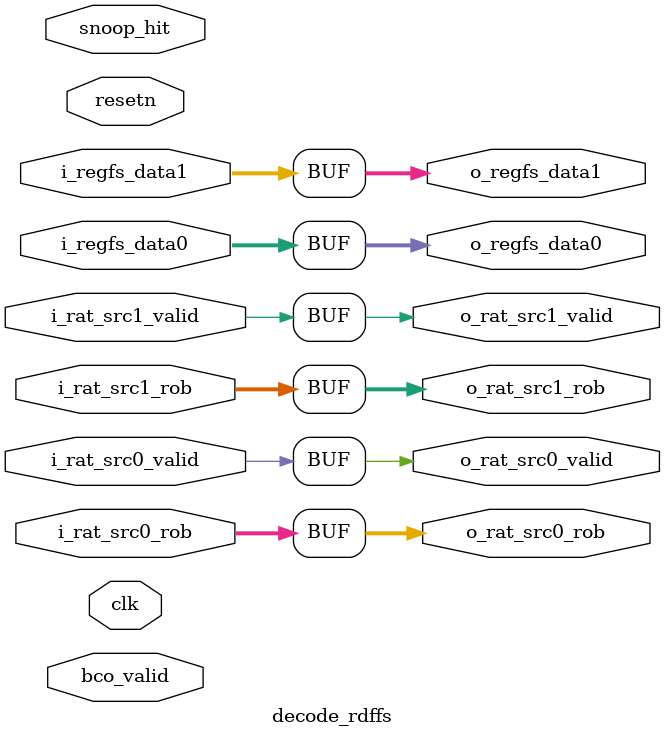
<source format=v>

module decode_rdffs (
    input   wire            clk,
    input   wire            resetn,

    //
    input   wire            snoop_hit,

    //
    input   wire            bco_valid,

    //
    input   wire [31:0]     i_regfs_data0,
    input   wire [31:0]     i_regfs_data1,

    input   wire            i_rat_src0_valid,
    input   wire [3:0]      i_rat_src0_rob,

    input   wire            i_rat_src1_valid,
    input   wire [3:0]      i_rat_src1_rob,

    //
    output  wire [31:0]     o_regfs_data0,
    output  wire [31:0]     o_regfs_data1,

    output  wire            o_rat_src0_valid,
    output  wire [3:0]      o_rat_src0_rob,

    output  wire            o_rat_src1_valid,
    output  wire [3:0]      o_rat_src1_rob
);

`ifdef DECODE_REG_N_RENAME_DFFS_ENABLED
    //
    reg  [31:0] regfs_data0_R;
    reg  [31:0] regfs_data1_R;

    reg         rat_src0_valid_R;
    reg  [3:0]  rat_src0_rob_R;

    reg         rat_src1_valid_R;
    reg  [3:0]  rat_src1_rob_R;

    always @(posedge clk) begin

        regfs_data0_R       <= i_regfs_data0;
        regfs_data1_R       <= i_regfs_data1;

        rat_src0_valid_R    <= i_rat_src0_valid;
        rat_src0_rob_R      <= i_rat_src0_rob;

        rat_src1_valid_R    <= i_rat_src1_valid;
        rat_src1_rob_R      <= i_rat_src1_rob;
    end

    //
    assign o_regfs_data0    = regfs_data0_R;
    assign o_regfs_data1    = regfs_data1_R;

    assign o_rat_src0_valid = rat_src0_valid_R;
    assign o_rat_src0_rob   = rat_src0_rob_R;

    assign o_rat_src1_valid = rat_src1_valid_R;
    assign o_rat_src1_rob   = rat_src1_rob_R;

`else
    //
    assign o_regfs_data0    = i_regfs_data0;
    assign o_regfs_data1    = i_regfs_data1;

    assign o_rat_src0_valid = i_rat_src0_valid;
    assign o_rat_src0_rob   = i_rat_src0_rob;

    assign o_rat_src1_valid = i_rat_src1_valid;
    assign o_rat_src1_rob   = i_rat_src1_rob;

`endif

endmodule

</source>
